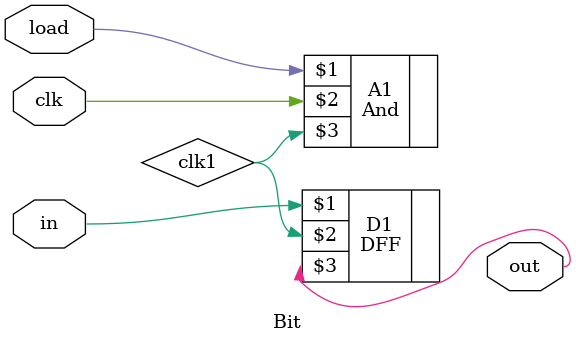
<source format=v>
`timescale 1ns / 1ps
module Bit(input in,load,clk,
    output out);
    wire clk1;
    And A1(load,clk,clk1);
    DFF D1(in,clk1,out);
endmodule
</source>
